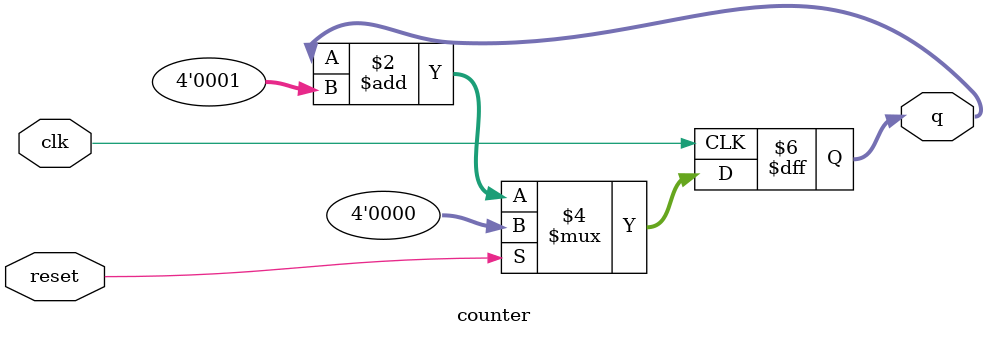
<source format=sv>
`timescale 1ns/1ps

module counter (
    input clk,
    input reset,      // Synchronous active-high reset
    output reg [3:0] q);

    always @(posedge clk) begin
        case(reset)
            1'b0: q <= q + 4'b0001;
            default: q <= 4'b0000;
        endcase
    end
endmodule
</source>
